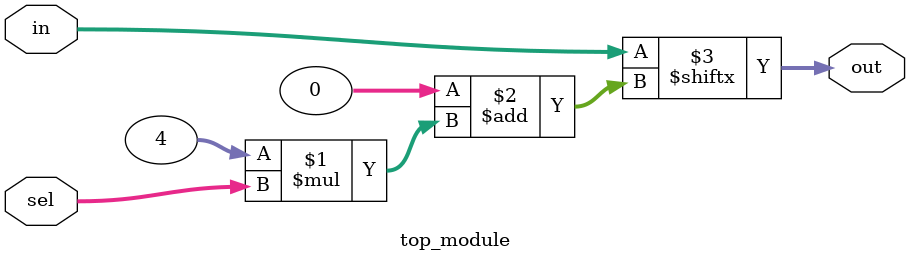
<source format=sv>
module top_module (
    input [1023:0] in,
    input [7:0] sel,
    output [3:0] out
);

assign out = in[3 + 4*sel:0 + 4*sel];

endmodule

</source>
